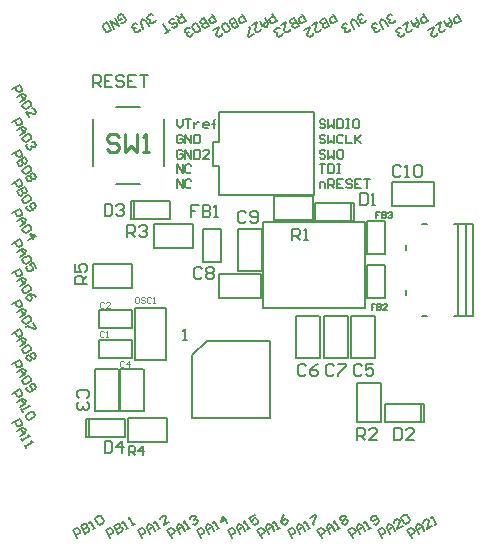
<source format=gto>
G04 Layer_Color=65535*
%FSLAX44Y44*%
%MOMM*%
G71*
G01*
G75*
%ADD26C,0.2540*%
%ADD38C,0.2000*%
%ADD39C,0.1500*%
%ADD40C,0.1000*%
D26*
X323157Y562696D02*
X320617Y565235D01*
X315539D01*
X313000Y562696D01*
Y560157D01*
X315539Y557617D01*
X320617D01*
X323157Y555078D01*
Y552539D01*
X320617Y550000D01*
X315539D01*
X313000Y552539D01*
X328235Y565235D02*
Y550000D01*
X333313Y555078D01*
X338392Y550000D01*
Y565235D01*
X343470Y550000D02*
X348549D01*
X346009D01*
Y565235D01*
X343470Y562696D01*
D38*
X334440Y400410D02*
Y415650D01*
X306500D02*
X334440D01*
X306500Y400410D02*
Y415650D01*
Y400410D02*
X334440D01*
Y375010D02*
Y390250D01*
X306500D02*
X334440D01*
X306500Y375010D02*
Y390250D01*
Y375010D02*
X334440D01*
X336680Y373330D02*
Y417330D01*
Y373330D02*
X362680D01*
Y417330D01*
X336680D02*
X362680D01*
X533380Y490970D02*
X548620D01*
X533380Y463030D02*
Y490970D01*
Y463030D02*
X548620D01*
Y490970D01*
X533380Y453970D02*
X548620D01*
X533380Y426030D02*
Y453970D01*
Y426030D02*
X548620D01*
Y453970D01*
X524840Y354510D02*
X545160D01*
X524840Y321490D02*
Y354510D01*
Y321490D02*
X545160D01*
Y354510D01*
X548760Y336620D02*
X579240D01*
X548760Y321380D02*
Y336620D01*
Y321380D02*
X579240D01*
Y336620D01*
X581780Y321380D02*
Y336620D01*
X579240Y321380D02*
X581780D01*
X579240D02*
Y334080D01*
Y336620D01*
X581780D01*
X554220Y503840D02*
X589780D01*
X554220D02*
Y523760D01*
Y524160D02*
X589780D01*
Y503840D02*
Y524160D01*
X385510Y468840D02*
Y489160D01*
X352490D02*
X385510D01*
X352490Y468840D02*
Y489160D01*
Y468840D02*
X385510D01*
X335760Y493380D02*
X366240D01*
Y508620D01*
X335760D02*
X366240D01*
X335760Y493380D02*
Y508620D01*
X333220Y493380D02*
Y508620D01*
X335760D01*
Y495920D02*
Y508620D01*
Y493380D02*
Y495920D01*
X333220Y493380D02*
X335760D01*
X363510Y303840D02*
Y324160D01*
X330490D02*
X363510D01*
X330490Y303840D02*
Y324160D01*
Y303840D02*
X363510D01*
X297760Y308380D02*
X328240D01*
Y323620D01*
X297760D02*
X328240D01*
X297760Y308380D02*
Y323620D01*
X295220Y308380D02*
Y323620D01*
X297760D01*
Y310920D02*
Y323620D01*
Y308380D02*
Y310920D01*
X295220Y308380D02*
X297760D01*
X519840Y375220D02*
Y410780D01*
X539760D01*
X540160Y375220D02*
Y410780D01*
X519840Y375220D02*
X540160D01*
X472840D02*
Y410780D01*
X492760D01*
X493160Y375220D02*
Y410780D01*
X472840Y375220D02*
X493160D01*
X496840D02*
Y410780D01*
X516760D01*
X517160Y375220D02*
Y410780D01*
X496840Y375220D02*
X517160D01*
X488760Y506620D02*
X519240D01*
X488760Y491380D02*
Y506620D01*
Y491380D02*
X519240D01*
Y506620D01*
X521780Y491380D02*
Y506620D01*
X519240Y491380D02*
X521780D01*
X519240D02*
Y504080D01*
Y506620D01*
X521780D01*
X454490Y491840D02*
Y512160D01*
Y491840D02*
X487510D01*
Y512160D01*
X454490D02*
X487510D01*
X444160Y449220D02*
Y484780D01*
X424240Y449220D02*
X444160D01*
X423840D02*
Y484780D01*
X444160D01*
X408220Y425840D02*
X443780D01*
X408220D02*
Y445760D01*
Y446160D02*
X443780D01*
Y425840D02*
Y446160D01*
X323840Y330220D02*
Y365780D01*
X343760D01*
X344160Y330220D02*
Y365780D01*
X323840Y330220D02*
X344160D01*
X361000Y538000D02*
Y578000D01*
X301000Y538000D02*
Y578000D01*
X321000Y588000D02*
X341000D01*
X321000Y523000D02*
X341000D01*
X394380Y484970D02*
X409620D01*
X394380Y457030D02*
Y484970D01*
Y457030D02*
X409620D01*
Y484970D01*
X301490Y434840D02*
Y455160D01*
Y434840D02*
X334510D01*
Y455160D01*
X301490D02*
X334510D01*
X302840Y330220D02*
Y365780D01*
X322760D01*
X323160Y330220D02*
Y365780D01*
X302840Y330220D02*
X323160D01*
X385360Y324330D02*
Y378030D01*
Y324330D02*
X451160D01*
Y390130D01*
X397460D02*
X451160D01*
X385360Y378030D02*
X397460Y390130D01*
X408000Y513000D02*
X488000D01*
Y583400D01*
X408000D02*
X488000D01*
X408000Y558000D02*
Y583400D01*
X403000Y558000D02*
X408000D01*
X403000Y538000D02*
Y558000D01*
Y538000D02*
X408000D01*
Y513000D02*
Y538000D01*
X610000Y411000D02*
Y489000D01*
X617000Y411000D02*
Y489000D01*
X607000D02*
X623000D01*
Y411000D02*
Y489000D01*
X607000Y411000D02*
X623000D01*
X580000Y489000D02*
X584000D01*
X580000Y411000D02*
X584000D01*
X566000Y429000D02*
Y433000D01*
Y467000D02*
Y471000D01*
X520500Y417500D02*
X531500D01*
Y490500D01*
X445500D02*
X531500D01*
X445500Y417500D02*
Y490500D01*
Y417500D02*
X520500D01*
X296000Y438000D02*
X286003D01*
Y442998D01*
X287669Y444664D01*
X291002D01*
X292668Y442998D01*
Y438000D01*
Y441332D02*
X296000Y444664D01*
X286003Y454661D02*
Y447997D01*
X291002D01*
X289335Y451329D01*
Y452995D01*
X291002Y454661D01*
X294334D01*
X296000Y452995D01*
Y449663D01*
X294334Y447997D01*
X330000Y478000D02*
Y487997D01*
X334998D01*
X336665Y486331D01*
Y482998D01*
X334998Y481332D01*
X330000D01*
X333332D02*
X336665Y478000D01*
X339997Y486331D02*
X341663Y487997D01*
X344995D01*
X346661Y486331D01*
Y484664D01*
X344995Y482998D01*
X343329D01*
X344995D01*
X346661Y481332D01*
Y479666D01*
X344995Y478000D01*
X341663D01*
X339997Y479666D01*
X525000Y306000D02*
Y315997D01*
X529998D01*
X531665Y314331D01*
Y310998D01*
X529998Y309332D01*
X525000D01*
X528332D02*
X531665Y306000D01*
X541661D02*
X534997D01*
X541661Y312665D01*
Y314331D01*
X539995Y315997D01*
X536663D01*
X534997Y314331D01*
X470000Y475000D02*
Y484997D01*
X474998D01*
X476665Y483331D01*
Y479998D01*
X474998Y478332D01*
X470000D01*
X473332D02*
X476665Y475000D01*
X479997D02*
X483329D01*
X481663D01*
Y484997D01*
X479997Y483331D01*
X390664Y504997D02*
X384000D01*
Y499998D01*
X387332D01*
X384000D01*
Y495000D01*
X393997Y504997D02*
Y495000D01*
X398995D01*
X400661Y496666D01*
Y498332D01*
X398995Y499998D01*
X393997D01*
X398995D01*
X400661Y501665D01*
Y503331D01*
X398995Y504997D01*
X393997D01*
X403994Y495000D02*
X407326D01*
X405660D01*
Y504997D01*
X403994Y503331D01*
X311000Y304997D02*
Y295000D01*
X315998D01*
X317665Y296666D01*
Y303331D01*
X315998Y304997D01*
X311000D01*
X325995Y295000D02*
Y304997D01*
X320997Y299998D01*
X327661D01*
X311000Y505997D02*
Y496000D01*
X315998D01*
X317665Y497666D01*
Y504331D01*
X315998Y505997D01*
X311000D01*
X320997Y504331D02*
X322663Y505997D01*
X325995D01*
X327661Y504331D01*
Y502664D01*
X325995Y500998D01*
X324329D01*
X325995D01*
X327661Y499332D01*
Y497666D01*
X325995Y496000D01*
X322663D01*
X320997Y497666D01*
X556000Y315997D02*
Y306000D01*
X560998D01*
X562664Y307666D01*
Y314331D01*
X560998Y315997D01*
X556000D01*
X572661Y306000D02*
X565997D01*
X572661Y312665D01*
Y314331D01*
X570995Y315997D01*
X567663D01*
X565997Y314331D01*
X527000Y514997D02*
Y505000D01*
X531998D01*
X533665Y506666D01*
Y513331D01*
X531998Y514997D01*
X527000D01*
X536997Y505000D02*
X540329D01*
X538663D01*
Y514997D01*
X536997Y513331D01*
X561665Y537331D02*
X559998Y538997D01*
X556666D01*
X555000Y537331D01*
Y530666D01*
X556666Y529000D01*
X559998D01*
X561665Y530666D01*
X564997Y529000D02*
X568329D01*
X566663D01*
Y538997D01*
X564997Y537331D01*
X573327D02*
X574994Y538997D01*
X578326D01*
X579992Y537331D01*
Y530666D01*
X578326Y529000D01*
X574994D01*
X573327Y530666D01*
Y537331D01*
X430664Y498331D02*
X428998Y499997D01*
X425666D01*
X424000Y498331D01*
Y491666D01*
X425666Y490000D01*
X428998D01*
X430664Y491666D01*
X433997D02*
X435663Y490000D01*
X438995D01*
X440661Y491666D01*
Y498331D01*
X438995Y499997D01*
X435663D01*
X433997Y498331D01*
Y496665D01*
X435663Y494998D01*
X440661D01*
X393665Y450331D02*
X391998Y451997D01*
X388666D01*
X387000Y450331D01*
Y443666D01*
X388666Y442000D01*
X391998D01*
X393665Y443666D01*
X396997Y450331D02*
X398663Y451997D01*
X401995D01*
X403661Y450331D01*
Y448665D01*
X401995Y446998D01*
X403661Y445332D01*
Y443666D01*
X401995Y442000D01*
X398663D01*
X396997Y443666D01*
Y445332D01*
X398663Y446998D01*
X396997Y448665D01*
Y450331D01*
X398663Y446998D02*
X401995D01*
X505504Y368273D02*
X503838Y369939D01*
X500506D01*
X498840Y368273D01*
Y361608D01*
X500506Y359942D01*
X503838D01*
X505504Y361608D01*
X508837Y369939D02*
X515501D01*
Y368273D01*
X508837Y361608D01*
Y359942D01*
X481628Y368273D02*
X479962Y369939D01*
X476630D01*
X474964Y368273D01*
Y361608D01*
X476630Y359942D01*
X479962D01*
X481628Y361608D01*
X491625Y369939D02*
X488293Y368273D01*
X484961Y364940D01*
Y361608D01*
X486627Y359942D01*
X489959D01*
X491625Y361608D01*
Y363274D01*
X489959Y364940D01*
X484961D01*
X528619Y368273D02*
X526952Y369939D01*
X523620D01*
X521954Y368273D01*
Y361608D01*
X523620Y359942D01*
X526952D01*
X528619Y361608D01*
X538615Y369939D02*
X531951D01*
Y364940D01*
X535283Y366606D01*
X536949D01*
X538615Y364940D01*
Y361608D01*
X536949Y359942D01*
X533617D01*
X531951Y361608D01*
X296331Y341335D02*
X297997Y343002D01*
Y346334D01*
X296331Y348000D01*
X289666D01*
X288000Y346334D01*
Y343002D01*
X289666Y341335D01*
X296331Y338003D02*
X297997Y336337D01*
Y333005D01*
X296331Y331339D01*
X294664D01*
X292998Y333005D01*
Y334671D01*
Y333005D01*
X291332Y331339D01*
X289666D01*
X288000Y333005D01*
Y336337D01*
X289666Y338003D01*
X301000Y605000D02*
Y614997D01*
X305998D01*
X307665Y613331D01*
Y609998D01*
X305998Y608332D01*
X301000D01*
X304332D02*
X307665Y605000D01*
X317661Y614997D02*
X310997D01*
Y605000D01*
X317661D01*
X310997Y609998D02*
X314329D01*
X327658Y613331D02*
X325992Y614997D01*
X322660D01*
X320994Y613331D01*
Y611665D01*
X322660Y609998D01*
X325992D01*
X327658Y608332D01*
Y606666D01*
X325992Y605000D01*
X322660D01*
X320994Y606666D01*
X337655Y614997D02*
X330990D01*
Y605000D01*
X337655D01*
X330990Y609998D02*
X334323D01*
X340987Y614997D02*
X347652D01*
X344319D01*
Y605000D01*
X377260Y390230D02*
X380592D01*
X378926D01*
Y400227D01*
X377260Y398561D01*
D39*
X332000Y293000D02*
Y300498D01*
X335749D01*
X336998Y299248D01*
Y296749D01*
X335749Y295499D01*
X332000D01*
X334499D02*
X336998Y293000D01*
X343246D02*
Y300498D01*
X339498Y296749D01*
X344496D01*
X544332Y498998D02*
X541000D01*
Y496499D01*
X542666D01*
X541000D01*
Y494000D01*
X545998Y498998D02*
Y494000D01*
X548498D01*
X549331Y494833D01*
Y495666D01*
X548498Y496499D01*
X545998D01*
X548498D01*
X549331Y497332D01*
Y498165D01*
X548498Y498998D01*
X545998D01*
X550997Y498165D02*
X551830Y498998D01*
X553496D01*
X554329Y498165D01*
Y497332D01*
X553496Y496499D01*
X552663D01*
X553496D01*
X554329Y495666D01*
Y494833D01*
X553496Y494000D01*
X551830D01*
X550997Y494833D01*
X540332Y420998D02*
X537000D01*
Y418499D01*
X538666D01*
X537000D01*
Y416000D01*
X541998Y420998D02*
Y416000D01*
X544497D01*
X545331Y416833D01*
Y417666D01*
X544497Y418499D01*
X541998D01*
X544497D01*
X545331Y419332D01*
Y420165D01*
X544497Y420998D01*
X541998D01*
X550329Y416000D02*
X546997D01*
X550329Y419332D01*
Y420165D01*
X549496Y420998D01*
X547830D01*
X546997Y420165D01*
X497998Y576248D02*
X496749Y577498D01*
X494250D01*
X493000Y576248D01*
Y574998D01*
X494250Y573749D01*
X496749D01*
X497998Y572499D01*
Y571250D01*
X496749Y570000D01*
X494250D01*
X493000Y571250D01*
X500498Y577498D02*
Y570000D01*
X502997Y572499D01*
X505496Y570000D01*
Y577498D01*
X507995D02*
Y570000D01*
X511744D01*
X512994Y571250D01*
Y576248D01*
X511744Y577498D01*
X507995D01*
X515493D02*
X517992D01*
X516742D01*
Y570000D01*
X515493D01*
X517992D01*
X525490Y577498D02*
X522990D01*
X521741Y576248D01*
Y571250D01*
X522990Y570000D01*
X525490D01*
X526739Y571250D01*
Y576248D01*
X525490Y577498D01*
X497998Y563248D02*
X496749Y564498D01*
X494250D01*
X493000Y563248D01*
Y561998D01*
X494250Y560749D01*
X496749D01*
X497998Y559499D01*
Y558250D01*
X496749Y557000D01*
X494250D01*
X493000Y558250D01*
X500498Y564498D02*
Y557000D01*
X502997Y559499D01*
X505496Y557000D01*
Y564498D01*
X512994Y563248D02*
X511744Y564498D01*
X509245D01*
X507995Y563248D01*
Y558250D01*
X509245Y557000D01*
X511744D01*
X512994Y558250D01*
X515493Y564498D02*
Y557000D01*
X520491D01*
X522990Y564498D02*
Y557000D01*
Y559499D01*
X527989Y564498D01*
X524240Y560749D01*
X527989Y557000D01*
X497998Y550248D02*
X496749Y551498D01*
X494250D01*
X493000Y550248D01*
Y548998D01*
X494250Y547749D01*
X496749D01*
X497998Y546499D01*
Y545250D01*
X496749Y544000D01*
X494250D01*
X493000Y545250D01*
X500498Y551498D02*
Y544000D01*
X502997Y546499D01*
X505496Y544000D01*
Y551498D01*
X511744D02*
X509245D01*
X507995Y550248D01*
Y545250D01*
X509245Y544000D01*
X511744D01*
X512994Y545250D01*
Y550248D01*
X511744Y551498D01*
X493000Y539498D02*
X497998D01*
X495499D01*
Y532000D01*
X500498Y539498D02*
Y532000D01*
X504246D01*
X505496Y533250D01*
Y538248D01*
X504246Y539498D01*
X500498D01*
X507995D02*
X510494D01*
X509245D01*
Y532000D01*
X507995D01*
X510494D01*
X493000Y519000D02*
Y523998D01*
X496749D01*
X497998Y522749D01*
Y519000D01*
X500498D02*
Y526498D01*
X504246D01*
X505496Y525248D01*
Y522749D01*
X504246Y521499D01*
X500498D01*
X502997D02*
X505496Y519000D01*
X512994Y526498D02*
X507995D01*
Y519000D01*
X512994D01*
X507995Y522749D02*
X510494D01*
X520491Y525248D02*
X519242Y526498D01*
X516742D01*
X515493Y525248D01*
Y523998D01*
X516742Y522749D01*
X519242D01*
X520491Y521499D01*
Y520250D01*
X519242Y519000D01*
X516742D01*
X515493Y520250D01*
X527989Y526498D02*
X522990D01*
Y519000D01*
X527989D01*
X522990Y522749D02*
X525490D01*
X530488Y526498D02*
X535486D01*
X532987D01*
Y519000D01*
X372000D02*
Y526498D01*
X376998Y519000D01*
Y526498D01*
X384496Y525248D02*
X383246Y526498D01*
X380747D01*
X379498Y525248D01*
Y520250D01*
X380747Y519000D01*
X383246D01*
X384496Y520250D01*
X372000Y532000D02*
Y539498D01*
X376998Y532000D01*
Y539498D01*
X384496Y538248D02*
X383246Y539498D01*
X380747D01*
X379498Y538248D01*
Y533250D01*
X380747Y532000D01*
X383246D01*
X384496Y533250D01*
X376998Y550248D02*
X375749Y551498D01*
X373250D01*
X372000Y550248D01*
Y545250D01*
X373250Y544000D01*
X375749D01*
X376998Y545250D01*
Y547749D01*
X374499D01*
X379498Y544000D02*
Y551498D01*
X384496Y544000D01*
Y551498D01*
X386995D02*
Y544000D01*
X390744D01*
X391994Y545250D01*
Y550248D01*
X390744Y551498D01*
X386995D01*
X399491Y544000D02*
X394493D01*
X399491Y548998D01*
Y550248D01*
X398242Y551498D01*
X395742D01*
X394493Y550248D01*
X376998Y563248D02*
X375749Y564498D01*
X373250D01*
X372000Y563248D01*
Y558250D01*
X373250Y557000D01*
X375749D01*
X376998Y558250D01*
Y560749D01*
X374499D01*
X379498Y557000D02*
Y564498D01*
X384496Y557000D01*
Y564498D01*
X386995D02*
Y557000D01*
X390744D01*
X391994Y558250D01*
Y563248D01*
X390744Y564498D01*
X386995D01*
X372000Y577498D02*
Y572499D01*
X374499Y570000D01*
X376998Y572499D01*
Y577498D01*
X379498D02*
X384496D01*
X381997D01*
Y570000D01*
X386995Y574998D02*
Y570000D01*
Y572499D01*
X388245Y573749D01*
X389494Y574998D01*
X390744D01*
X398242Y570000D02*
X395742D01*
X394493Y571250D01*
Y573749D01*
X395742Y574998D01*
X398242D01*
X399491Y573749D01*
Y572499D01*
X394493D01*
X403240Y570000D02*
Y576248D01*
Y573749D01*
X401990D01*
X404490D01*
X403240D01*
Y576248D01*
X404490Y577498D01*
X288000Y223000D02*
X284251Y229493D01*
X287498Y231367D01*
X289205Y230910D01*
X290454Y228746D01*
X289997Y227039D01*
X286750Y225164D01*
X290744Y233242D02*
X294493Y226749D01*
X297740Y228623D01*
X298197Y230330D01*
X297572Y231412D01*
X295865Y231870D01*
X292619Y229995D01*
X295865Y231870D01*
X296323Y233577D01*
X295698Y234659D01*
X293991Y235116D01*
X290744Y233242D01*
X300986Y230498D02*
X303151Y231747D01*
X302068Y231122D01*
X298320Y237616D01*
X297862Y235909D01*
X303273Y239032D02*
X303731Y240739D01*
X305895Y241989D01*
X307602Y241532D01*
X310101Y237203D01*
X309644Y235496D01*
X307479Y234246D01*
X305772Y234704D01*
X303273Y239032D01*
X316000Y223000D02*
X312251Y229493D01*
X315498Y231367D01*
X317205Y230910D01*
X318454Y228746D01*
X317997Y227039D01*
X314750Y225164D01*
X318744Y233242D02*
X322493Y226749D01*
X325740Y228623D01*
X326197Y230330D01*
X325572Y231412D01*
X323865Y231870D01*
X320619Y229995D01*
X323865Y231870D01*
X324323Y233577D01*
X323698Y234659D01*
X321991Y235116D01*
X318744Y233242D01*
X328986Y230498D02*
X331151Y231747D01*
X330068Y231122D01*
X326320Y237616D01*
X325862Y235909D01*
X334397Y233622D02*
X336562Y234871D01*
X335479Y234246D01*
X331730Y240739D01*
X331273Y239032D01*
X343000Y223000D02*
X339251Y229493D01*
X342498Y231367D01*
X344205Y230910D01*
X345454Y228746D01*
X344997Y227039D01*
X341750Y225164D01*
X349493Y226749D02*
X346994Y231077D01*
X347909Y234492D01*
X351323Y233577D01*
X353822Y229248D01*
X351948Y232495D01*
X347619Y229995D01*
X355986Y230498D02*
X358151Y231747D01*
X357068Y231122D01*
X353320Y237616D01*
X352862Y235909D01*
X365726Y236121D02*
X361397Y233622D01*
X363227Y240450D01*
X362602Y241532D01*
X360895Y241989D01*
X358731Y240739D01*
X358273Y239032D01*
X368000Y223000D02*
X364251Y229493D01*
X367498Y231367D01*
X369205Y230910D01*
X370454Y228746D01*
X369997Y227039D01*
X366750Y225164D01*
X374493Y226749D02*
X371994Y231077D01*
X372909Y234492D01*
X376323Y233577D01*
X378822Y229248D01*
X376948Y232495D01*
X372619Y229995D01*
X380986Y230498D02*
X383151Y231747D01*
X382068Y231122D01*
X378320Y237616D01*
X377862Y235909D01*
X383273Y239032D02*
X383731Y240739D01*
X385895Y241989D01*
X387602Y241532D01*
X388227Y240450D01*
X387769Y238743D01*
X386687Y238118D01*
X387769Y238743D01*
X389476Y238285D01*
X390101Y237203D01*
X389644Y235496D01*
X387479Y234246D01*
X385772Y234704D01*
X393000Y223000D02*
X389251Y229493D01*
X392498Y231367D01*
X394205Y230910D01*
X395454Y228746D01*
X394997Y227039D01*
X391750Y225164D01*
X399493Y226749D02*
X396994Y231077D01*
X397909Y234492D01*
X401323Y233577D01*
X403822Y229248D01*
X401948Y232495D01*
X397619Y229995D01*
X405986Y230498D02*
X408151Y231747D01*
X407068Y231122D01*
X403320Y237616D01*
X402862Y235909D01*
X414644Y235496D02*
X410895Y241989D01*
X409523Y236868D01*
X413852Y239367D01*
X419000Y223000D02*
X415251Y229493D01*
X418498Y231367D01*
X420205Y230910D01*
X421454Y228746D01*
X420997Y227039D01*
X417750Y225164D01*
X425493Y226749D02*
X422994Y231077D01*
X423909Y234492D01*
X427323Y233577D01*
X429822Y229248D01*
X427948Y232495D01*
X423619Y229995D01*
X431986Y230498D02*
X434151Y231747D01*
X433068Y231122D01*
X429320Y237616D01*
X428862Y235909D01*
X437977Y242614D02*
X433648Y240115D01*
X435523Y236868D01*
X437062Y239200D01*
X438144Y239825D01*
X439851Y239367D01*
X441101Y237203D01*
X440644Y235496D01*
X438479Y234246D01*
X436772Y234704D01*
X444000Y223000D02*
X440251Y229493D01*
X443498Y231367D01*
X445205Y230910D01*
X446454Y228746D01*
X445997Y227039D01*
X442750Y225164D01*
X450493Y226749D02*
X447994Y231077D01*
X448909Y234492D01*
X452323Y233577D01*
X454822Y229248D01*
X452948Y232495D01*
X448619Y229995D01*
X456986Y230498D02*
X459151Y231747D01*
X458068Y231122D01*
X454320Y237616D01*
X453862Y235909D01*
X462977Y242614D02*
X461437Y240282D01*
X460523Y236868D01*
X461772Y234704D01*
X463479Y234246D01*
X465644Y235496D01*
X466101Y237203D01*
X465476Y238285D01*
X463769Y238743D01*
X460523Y236868D01*
X470000Y223000D02*
X466251Y229493D01*
X469498Y231367D01*
X471205Y230910D01*
X472454Y228746D01*
X471997Y227039D01*
X468750Y225164D01*
X476493Y226749D02*
X473994Y231077D01*
X474909Y234492D01*
X478323Y233577D01*
X480822Y229248D01*
X478947Y232495D01*
X474619Y229995D01*
X482986Y230498D02*
X485151Y231747D01*
X484068Y231122D01*
X480320Y237616D01*
X479862Y235909D01*
X484648Y240115D02*
X488977Y242614D01*
X489602Y241532D01*
X487772Y234704D01*
X488397Y233622D01*
X495000Y223000D02*
X491251Y229493D01*
X494498Y231367D01*
X496205Y230910D01*
X497454Y228746D01*
X496997Y227039D01*
X493750Y225164D01*
X501493Y226749D02*
X498994Y231077D01*
X499909Y234492D01*
X503323Y233577D01*
X505822Y229248D01*
X503947Y232495D01*
X499619Y229995D01*
X507986Y230498D02*
X510151Y231747D01*
X509068Y231122D01*
X505320Y237616D01*
X504862Y235909D01*
X510273Y239032D02*
X510731Y240739D01*
X512895Y241989D01*
X514602Y241532D01*
X515227Y240450D01*
X514769Y238743D01*
X516476Y238285D01*
X517101Y237203D01*
X516644Y235496D01*
X514479Y234246D01*
X512772Y234704D01*
X512147Y235786D01*
X512605Y237493D01*
X510898Y237950D01*
X510273Y239032D01*
X512605Y237493D02*
X514769Y238743D01*
X521000Y223000D02*
X517251Y229493D01*
X520498Y231367D01*
X522205Y230910D01*
X523454Y228746D01*
X522997Y227039D01*
X519750Y225164D01*
X527493Y226749D02*
X524994Y231077D01*
X525909Y234492D01*
X529323Y233577D01*
X531822Y229248D01*
X529948Y232495D01*
X525619Y229995D01*
X533986Y230498D02*
X536151Y231747D01*
X535068Y231122D01*
X531320Y237616D01*
X530862Y235909D01*
X538772Y234704D02*
X540479Y234246D01*
X542644Y235496D01*
X543101Y237203D01*
X540602Y241532D01*
X538895Y241989D01*
X536730Y240739D01*
X536273Y239032D01*
X536898Y237950D01*
X538605Y237493D01*
X541852Y239367D01*
X546000Y223000D02*
X542251Y229493D01*
X545498Y231367D01*
X547205Y230910D01*
X548454Y228746D01*
X547997Y227039D01*
X544750Y225164D01*
X552493Y226749D02*
X549994Y231077D01*
X550909Y234492D01*
X554323Y233577D01*
X556822Y229248D01*
X554948Y232495D01*
X550619Y229995D01*
X563315Y232997D02*
X558986Y230498D01*
X560816Y237325D01*
X560191Y238408D01*
X558484Y238865D01*
X556320Y237616D01*
X555862Y235909D01*
X562355Y239657D02*
X562813Y241364D01*
X564977Y242614D01*
X566684Y242157D01*
X569183Y237828D01*
X568726Y236121D01*
X566562Y234871D01*
X564855Y235329D01*
X562355Y239657D01*
X571000Y223000D02*
X567251Y229493D01*
X570498Y231367D01*
X572205Y230910D01*
X573454Y228746D01*
X572997Y227039D01*
X569750Y225164D01*
X577493Y226749D02*
X574994Y231077D01*
X575909Y234492D01*
X579323Y233577D01*
X581822Y229248D01*
X579948Y232495D01*
X575619Y229995D01*
X588315Y232997D02*
X583986Y230498D01*
X585816Y237325D01*
X585191Y238408D01*
X583484Y238865D01*
X581320Y237616D01*
X580862Y235909D01*
X590479Y234246D02*
X592644Y235496D01*
X591562Y234871D01*
X587813Y241364D01*
X587355Y239657D01*
X233000Y320000D02*
X239493Y323749D01*
X241367Y320502D01*
X240910Y318795D01*
X238746Y317546D01*
X237039Y318003D01*
X235164Y321250D01*
X236749Y313507D02*
X241077Y316006D01*
X244492Y315091D01*
X243577Y311677D01*
X239248Y309178D01*
X242495Y311052D01*
X239995Y315381D01*
X240498Y307014D02*
X241747Y304849D01*
X241122Y305932D01*
X247616Y309680D01*
X245909Y310138D01*
X243622Y301603D02*
X244871Y299438D01*
X244246Y300521D01*
X250739Y304270D01*
X249032Y304727D01*
X233000Y345000D02*
X239493Y348749D01*
X241367Y345502D01*
X240910Y343795D01*
X238746Y342546D01*
X237039Y343003D01*
X235164Y346250D01*
X236749Y338507D02*
X241077Y341006D01*
X244492Y340091D01*
X243577Y336677D01*
X239248Y334178D01*
X242495Y336053D01*
X239995Y340381D01*
X240498Y332014D02*
X241747Y329849D01*
X241122Y330932D01*
X247616Y334680D01*
X245909Y335138D01*
X249032Y329727D02*
X250739Y329269D01*
X251989Y327105D01*
X251532Y325398D01*
X247203Y322899D01*
X245496Y323356D01*
X244246Y325521D01*
X244704Y327228D01*
X249032Y329727D01*
X233000Y370000D02*
X239493Y373749D01*
X241367Y370502D01*
X240910Y368795D01*
X238746Y367546D01*
X237039Y368003D01*
X235164Y371250D01*
X236749Y363507D02*
X241077Y366006D01*
X244492Y365091D01*
X243577Y361677D01*
X239248Y359178D01*
X242495Y361053D01*
X239995Y365381D01*
X245909Y360138D02*
X247616Y359680D01*
X248865Y357516D01*
X248408Y355809D01*
X244079Y353310D01*
X242372Y353767D01*
X241122Y355932D01*
X241580Y357639D01*
X245909Y360138D01*
X245329Y351146D02*
X244871Y349439D01*
X246121Y347274D01*
X247828Y346817D01*
X252157Y349316D01*
X252614Y351023D01*
X251364Y353187D01*
X249657Y353645D01*
X248575Y353020D01*
X248118Y351313D01*
X249992Y348066D01*
X233000Y396000D02*
X239493Y399749D01*
X241367Y396502D01*
X240910Y394795D01*
X238746Y393546D01*
X237039Y394003D01*
X235164Y397250D01*
X236749Y389507D02*
X241077Y392006D01*
X244492Y391091D01*
X243577Y387677D01*
X239248Y385178D01*
X242495Y387052D01*
X239995Y391381D01*
X245909Y386138D02*
X247616Y385680D01*
X248865Y383516D01*
X248408Y381809D01*
X244079Y379310D01*
X242372Y379767D01*
X241122Y381932D01*
X241580Y383639D01*
X245909Y386138D01*
X249657Y379645D02*
X251364Y379187D01*
X252614Y377023D01*
X252157Y375316D01*
X251074Y374691D01*
X249367Y375149D01*
X248910Y373442D01*
X247828Y372817D01*
X246121Y373274D01*
X244871Y375438D01*
X245329Y377146D01*
X246411Y377770D01*
X248118Y377313D01*
X248575Y379020D01*
X249657Y379645D01*
X248118Y377313D02*
X249367Y375149D01*
X233000Y421000D02*
X239493Y424749D01*
X241367Y421502D01*
X240910Y419795D01*
X238746Y418546D01*
X237039Y419003D01*
X235164Y422250D01*
X236749Y414507D02*
X241077Y417006D01*
X244492Y416091D01*
X243577Y412677D01*
X239248Y410178D01*
X242495Y412052D01*
X239995Y416381D01*
X245909Y411138D02*
X247616Y410680D01*
X248865Y408516D01*
X248408Y406809D01*
X244079Y404310D01*
X242372Y404767D01*
X241122Y406932D01*
X241580Y408639D01*
X245909Y411138D01*
X250739Y405270D02*
X253239Y400941D01*
X252157Y400316D01*
X245329Y402146D01*
X244246Y401521D01*
X233000Y447000D02*
X239493Y450749D01*
X241367Y447502D01*
X240910Y445795D01*
X238746Y444546D01*
X237039Y445003D01*
X235164Y448250D01*
X236749Y440507D02*
X241077Y443006D01*
X244492Y442091D01*
X243577Y438677D01*
X239248Y436178D01*
X242495Y438052D01*
X239995Y442381D01*
X245909Y437138D02*
X247616Y436680D01*
X248865Y434516D01*
X248408Y432809D01*
X244079Y430310D01*
X242372Y430767D01*
X241122Y432932D01*
X241580Y434639D01*
X245909Y437138D01*
X253239Y426941D02*
X250907Y428480D01*
X247493Y429395D01*
X245329Y428145D01*
X244871Y426438D01*
X246121Y424274D01*
X247828Y423817D01*
X248910Y424441D01*
X249367Y426148D01*
X247493Y429395D01*
X233000Y472000D02*
X239493Y475749D01*
X241367Y472502D01*
X240910Y470795D01*
X238746Y469546D01*
X237039Y470003D01*
X235164Y473250D01*
X236749Y465507D02*
X241077Y468006D01*
X244492Y467091D01*
X243577Y463677D01*
X239248Y461178D01*
X242495Y463052D01*
X239995Y467381D01*
X245909Y462138D02*
X247616Y461680D01*
X248865Y459516D01*
X248408Y457809D01*
X244079Y455310D01*
X242372Y455767D01*
X241122Y457932D01*
X241580Y459639D01*
X245909Y462138D01*
X253239Y451941D02*
X250739Y456269D01*
X247493Y454395D01*
X249825Y452855D01*
X250450Y451773D01*
X249992Y450066D01*
X247828Y448817D01*
X246121Y449274D01*
X244871Y451438D01*
X245329Y453145D01*
X233000Y498000D02*
X239493Y501749D01*
X241367Y498502D01*
X240910Y496795D01*
X238746Y495546D01*
X237039Y496003D01*
X235164Y499250D01*
X236749Y491507D02*
X241077Y494006D01*
X244492Y493091D01*
X243577Y489677D01*
X239248Y487178D01*
X242495Y489053D01*
X239995Y493381D01*
X245909Y488138D02*
X247616Y487680D01*
X248865Y485516D01*
X248408Y483809D01*
X244079Y481310D01*
X242372Y481767D01*
X241122Y483932D01*
X241580Y485639D01*
X245909Y488138D01*
X246121Y475274D02*
X252614Y479023D01*
X247493Y480395D01*
X249992Y476066D01*
X233000Y523000D02*
X239493Y526749D01*
X241367Y523502D01*
X240910Y521795D01*
X238746Y520546D01*
X237039Y521003D01*
X235164Y524250D01*
X243242Y520256D02*
X236749Y516507D01*
X238623Y513260D01*
X240330Y512803D01*
X241412Y513428D01*
X241870Y515135D01*
X239995Y518381D01*
X241870Y515135D01*
X243577Y514677D01*
X244659Y515302D01*
X245116Y517009D01*
X243242Y520256D01*
X245909Y513138D02*
X247616Y512680D01*
X248865Y510516D01*
X248408Y508809D01*
X244079Y506310D01*
X242372Y506767D01*
X241122Y508932D01*
X241580Y510639D01*
X245909Y513138D01*
X245329Y504146D02*
X244871Y502439D01*
X246121Y500274D01*
X247828Y499817D01*
X252157Y502316D01*
X252614Y504023D01*
X251364Y506187D01*
X249657Y506645D01*
X248575Y506020D01*
X248118Y504313D01*
X249992Y501066D01*
X233000Y548000D02*
X239493Y551749D01*
X241367Y548502D01*
X240910Y546795D01*
X238746Y545546D01*
X237039Y546003D01*
X235164Y549250D01*
X243242Y545256D02*
X236749Y541507D01*
X238623Y538260D01*
X240330Y537803D01*
X241412Y538428D01*
X241870Y540135D01*
X239995Y543381D01*
X241870Y540135D01*
X243577Y539677D01*
X244659Y540302D01*
X245116Y542009D01*
X243242Y545256D01*
X245909Y538138D02*
X247616Y537680D01*
X248865Y535516D01*
X248408Y533809D01*
X244079Y531310D01*
X242372Y531767D01*
X241122Y533932D01*
X241580Y535639D01*
X245909Y538138D01*
X249657Y531645D02*
X251364Y531187D01*
X252614Y529023D01*
X252157Y527316D01*
X251074Y526691D01*
X249367Y527149D01*
X248910Y525442D01*
X247828Y524817D01*
X246121Y525274D01*
X244871Y527439D01*
X245329Y529146D01*
X246411Y529770D01*
X248118Y529313D01*
X248575Y531020D01*
X249657Y531645D01*
X248118Y529313D02*
X249367Y527149D01*
X233000Y575000D02*
X239493Y578749D01*
X241367Y575502D01*
X240910Y573795D01*
X238746Y572546D01*
X237039Y573003D01*
X235164Y576250D01*
X236749Y568507D02*
X241077Y571006D01*
X244492Y570091D01*
X243577Y566677D01*
X239248Y564178D01*
X242495Y566053D01*
X239995Y570381D01*
X245909Y565138D02*
X247616Y564680D01*
X248865Y562516D01*
X248408Y560809D01*
X244079Y558310D01*
X242372Y558767D01*
X241122Y560932D01*
X241580Y562639D01*
X245909Y565138D01*
X249657Y558645D02*
X251364Y558187D01*
X252614Y556023D01*
X252157Y554316D01*
X251074Y553691D01*
X249367Y554148D01*
X248743Y555231D01*
X249367Y554148D01*
X248910Y552441D01*
X247828Y551817D01*
X246121Y552274D01*
X244871Y554439D01*
X245329Y556146D01*
X233000Y603000D02*
X239493Y606749D01*
X241367Y603502D01*
X240910Y601795D01*
X238746Y600546D01*
X237039Y601003D01*
X235164Y604250D01*
X236749Y596507D02*
X241077Y599006D01*
X244492Y598091D01*
X243577Y594677D01*
X239248Y592178D01*
X242495Y594053D01*
X239995Y598381D01*
X245909Y593138D02*
X247616Y592680D01*
X248865Y590516D01*
X248408Y588809D01*
X244079Y586310D01*
X242372Y586767D01*
X241122Y588932D01*
X241580Y590639D01*
X245909Y593138D01*
X246746Y579192D02*
X244246Y583521D01*
X251074Y581691D01*
X252157Y582316D01*
X252614Y584023D01*
X251364Y586187D01*
X249657Y586645D01*
X324795Y659090D02*
X326502Y658633D01*
X328667Y659882D01*
X329124Y661589D01*
X326625Y665918D01*
X324918Y666375D01*
X322753Y665126D01*
X322296Y663419D01*
X323546Y661254D01*
X325710Y662504D01*
X319507Y663251D02*
X323256Y656758D01*
X315178Y660752D01*
X318927Y654259D01*
X316763Y653009D02*
X313014Y659502D01*
X309767Y657628D01*
X309310Y655921D01*
X311809Y651592D01*
X313516Y651135D01*
X316763Y653009D01*
X354124Y661589D02*
X353667Y659882D01*
X351502Y658633D01*
X349795Y659090D01*
X349170Y660172D01*
X349628Y661879D01*
X350710Y662504D01*
X349628Y661879D01*
X347921Y662336D01*
X347296Y663419D01*
X347753Y665126D01*
X349918Y666375D01*
X351625Y665918D01*
X348256Y656758D02*
X345756Y661087D01*
X342342Y662002D01*
X341428Y658588D01*
X343927Y654259D01*
X341138Y654091D02*
X340680Y652384D01*
X338516Y651135D01*
X336809Y651592D01*
X336184Y652674D01*
X336642Y654381D01*
X337724Y655006D01*
X336642Y654381D01*
X334935Y654839D01*
X334310Y655921D01*
X334767Y657628D01*
X336932Y658878D01*
X338639Y658420D01*
X376000Y667000D02*
X379749Y660507D01*
X376502Y658633D01*
X374795Y659090D01*
X373546Y661254D01*
X374003Y662961D01*
X377250Y664836D01*
X375085Y663586D02*
X371671Y664501D01*
X368302Y655341D02*
X370009Y654884D01*
X372174Y656133D01*
X372631Y657840D01*
X372006Y658923D01*
X370299Y659380D01*
X368135Y658130D01*
X366428Y658588D01*
X365803Y659670D01*
X366260Y661377D01*
X368425Y662626D01*
X370132Y662169D01*
X366763Y653009D02*
X362434Y650510D01*
X364598Y651760D01*
X360849Y658253D01*
X402000Y667000D02*
X405749Y660507D01*
X402502Y658633D01*
X400795Y659090D01*
X399546Y661254D01*
X400003Y662961D01*
X403250Y664836D01*
X399256Y656758D02*
X395507Y663251D01*
X392260Y661377D01*
X391803Y659670D01*
X392428Y658588D01*
X394135Y658130D01*
X397381Y660005D01*
X394135Y658130D01*
X393677Y656423D01*
X394302Y655341D01*
X396009Y654884D01*
X399256Y656758D01*
X392138Y654091D02*
X391680Y652384D01*
X389516Y651135D01*
X387809Y651592D01*
X385310Y655921D01*
X385767Y657628D01*
X387932Y658878D01*
X389639Y658420D01*
X392138Y654091D01*
X385645Y650343D02*
X385187Y648636D01*
X383023Y647386D01*
X381316Y647843D01*
X380691Y648926D01*
X381148Y650633D01*
X382231Y651257D01*
X381148Y650633D01*
X379442Y651090D01*
X378817Y652172D01*
X379274Y653879D01*
X381438Y655129D01*
X383145Y654671D01*
X427000Y667000D02*
X430749Y660507D01*
X427502Y658633D01*
X425795Y659090D01*
X424546Y661254D01*
X425003Y662961D01*
X428250Y664836D01*
X424256Y656758D02*
X420507Y663251D01*
X417260Y661377D01*
X416803Y659670D01*
X417428Y658588D01*
X419135Y658130D01*
X422381Y660005D01*
X419135Y658130D01*
X418677Y656423D01*
X419302Y655341D01*
X421009Y654884D01*
X424256Y656758D01*
X417138Y654091D02*
X416680Y652384D01*
X414516Y651135D01*
X412809Y651592D01*
X410310Y655921D01*
X410767Y657628D01*
X412932Y658878D01*
X414639Y658420D01*
X417138Y654091D01*
X403192Y653254D02*
X407521Y655754D01*
X405691Y648926D01*
X406316Y647843D01*
X408023Y647386D01*
X410187Y648636D01*
X410645Y650343D01*
X453000Y667000D02*
X456749Y660507D01*
X453502Y658633D01*
X451795Y659090D01*
X450546Y661254D01*
X451003Y662961D01*
X454250Y664836D01*
X446507Y663251D02*
X449006Y658923D01*
X448091Y655508D01*
X444677Y656423D01*
X442178Y660752D01*
X444053Y657505D01*
X448381Y660005D01*
X435685Y657003D02*
X440014Y659502D01*
X438184Y652674D01*
X438809Y651592D01*
X440516Y651135D01*
X442680Y652384D01*
X443138Y654091D01*
X437270Y649260D02*
X432941Y646761D01*
X432316Y647843D01*
X434146Y654671D01*
X433521Y655754D01*
X478000Y667000D02*
X481749Y660507D01*
X478502Y658633D01*
X476795Y659090D01*
X475546Y661254D01*
X476003Y662961D01*
X479250Y664836D01*
X475256Y656758D02*
X471507Y663251D01*
X468260Y661377D01*
X467803Y659670D01*
X468428Y658588D01*
X470135Y658130D01*
X473381Y660005D01*
X470135Y658130D01*
X469677Y656423D01*
X470302Y655341D01*
X472009Y654884D01*
X475256Y656758D01*
X460685Y657003D02*
X465014Y659502D01*
X463184Y652674D01*
X463809Y651592D01*
X465516Y651135D01*
X467680Y652384D01*
X468138Y654091D01*
X461645Y650343D02*
X461187Y648636D01*
X459023Y647386D01*
X457316Y647843D01*
X456691Y648926D01*
X457149Y650633D01*
X458231Y651257D01*
X457149Y650633D01*
X455442Y651090D01*
X454817Y652172D01*
X455274Y653879D01*
X457439Y655129D01*
X459146Y654671D01*
X504000Y667000D02*
X507749Y660507D01*
X504502Y658633D01*
X502795Y659090D01*
X501546Y661254D01*
X502003Y662961D01*
X505250Y664836D01*
X501256Y656758D02*
X497507Y663251D01*
X494260Y661377D01*
X493803Y659670D01*
X494428Y658588D01*
X496135Y658130D01*
X499381Y660005D01*
X496135Y658130D01*
X495677Y656423D01*
X496302Y655341D01*
X498009Y654884D01*
X501256Y656758D01*
X486685Y657003D02*
X491014Y659502D01*
X489184Y652674D01*
X489809Y651592D01*
X491516Y651135D01*
X493680Y652384D01*
X494138Y654091D01*
X480192Y653254D02*
X484521Y655754D01*
X482691Y648926D01*
X483316Y647843D01*
X485023Y647386D01*
X487187Y648636D01*
X487645Y650343D01*
X532124Y661589D02*
X531667Y659882D01*
X529502Y658633D01*
X527795Y659090D01*
X527170Y660172D01*
X527628Y661879D01*
X528710Y662504D01*
X527628Y661879D01*
X525921Y662336D01*
X525296Y663419D01*
X525754Y665126D01*
X527918Y666375D01*
X529625Y665918D01*
X526256Y656758D02*
X523756Y661087D01*
X520342Y662002D01*
X519428Y658588D01*
X521927Y654259D01*
X519138Y654091D02*
X518680Y652384D01*
X516516Y651135D01*
X514809Y651592D01*
X514184Y652674D01*
X514642Y654381D01*
X515724Y655006D01*
X514642Y654381D01*
X512935Y654839D01*
X512310Y655921D01*
X512767Y657628D01*
X514932Y658878D01*
X516639Y658420D01*
X557124Y661589D02*
X556667Y659882D01*
X554502Y658633D01*
X552795Y659090D01*
X552170Y660172D01*
X552628Y661879D01*
X553710Y662504D01*
X552628Y661879D01*
X550921Y662336D01*
X550296Y663419D01*
X550754Y665126D01*
X552918Y666375D01*
X554625Y665918D01*
X551256Y656758D02*
X548756Y661087D01*
X545342Y662002D01*
X544428Y658588D01*
X546927Y654259D01*
X544138Y654091D02*
X543680Y652384D01*
X541516Y651135D01*
X539809Y651592D01*
X539184Y652674D01*
X539642Y654381D01*
X540724Y655006D01*
X539642Y654381D01*
X537935Y654839D01*
X537310Y655921D01*
X537767Y657628D01*
X539932Y658878D01*
X541639Y658420D01*
X581000Y667000D02*
X584749Y660507D01*
X581502Y658633D01*
X579795Y659090D01*
X578546Y661254D01*
X579003Y662961D01*
X582250Y664836D01*
X574507Y663251D02*
X577006Y658923D01*
X576091Y655508D01*
X572677Y656423D01*
X570178Y660752D01*
X572053Y657505D01*
X576381Y660005D01*
X563685Y657003D02*
X568014Y659502D01*
X566184Y652674D01*
X566809Y651592D01*
X568516Y651135D01*
X570680Y652384D01*
X571138Y654091D01*
X564645Y650343D02*
X564187Y648636D01*
X562023Y647386D01*
X560316Y647843D01*
X559691Y648926D01*
X560149Y650633D01*
X561231Y651257D01*
X560149Y650633D01*
X558442Y651090D01*
X557817Y652172D01*
X558274Y653879D01*
X560438Y655129D01*
X562146Y654671D01*
X609000Y667000D02*
X612749Y660507D01*
X609502Y658633D01*
X607795Y659090D01*
X606546Y661254D01*
X607003Y662961D01*
X610250Y664836D01*
X602507Y663251D02*
X605006Y658923D01*
X604091Y655508D01*
X600677Y656423D01*
X598178Y660752D01*
X600052Y657505D01*
X604381Y660005D01*
X591685Y657003D02*
X596014Y659502D01*
X594184Y652674D01*
X594809Y651592D01*
X596516Y651135D01*
X598680Y652384D01*
X599138Y654091D01*
X585192Y653254D02*
X589521Y655754D01*
X587691Y648926D01*
X588316Y647843D01*
X590023Y647386D01*
X592187Y648636D01*
X592645Y650343D01*
D40*
X339499Y426998D02*
X337833D01*
X337000Y426165D01*
Y422833D01*
X337833Y422000D01*
X339499D01*
X340332Y422833D01*
Y426165D01*
X339499Y426998D01*
X345331Y426165D02*
X344498Y426998D01*
X342831D01*
X341998Y426165D01*
Y425332D01*
X342831Y424499D01*
X344498D01*
X345331Y423666D01*
Y422833D01*
X344498Y422000D01*
X342831D01*
X341998Y422833D01*
X350329Y426165D02*
X349496Y426998D01*
X347830D01*
X346997Y426165D01*
Y422833D01*
X347830Y422000D01*
X349496D01*
X350329Y422833D01*
X351995Y422000D02*
X353661D01*
X352828D01*
Y426998D01*
X351995Y426165D01*
X327332Y372165D02*
X326499Y372998D01*
X324833D01*
X324000Y372165D01*
Y368833D01*
X324833Y368000D01*
X326499D01*
X327332Y368833D01*
X331498Y368000D02*
Y372998D01*
X328998Y370499D01*
X332331D01*
X310332Y422165D02*
X309499Y422998D01*
X307833D01*
X307000Y422165D01*
Y418833D01*
X307833Y418000D01*
X309499D01*
X310332Y418833D01*
X315331Y418000D02*
X311998D01*
X315331Y421332D01*
Y422165D01*
X314498Y422998D01*
X312831D01*
X311998Y422165D01*
X310332Y397165D02*
X309499Y397998D01*
X307833D01*
X307000Y397165D01*
Y393833D01*
X307833Y393000D01*
X309499D01*
X310332Y393833D01*
X311998Y393000D02*
X313664D01*
X312831D01*
Y397998D01*
X311998Y397165D01*
M02*

</source>
